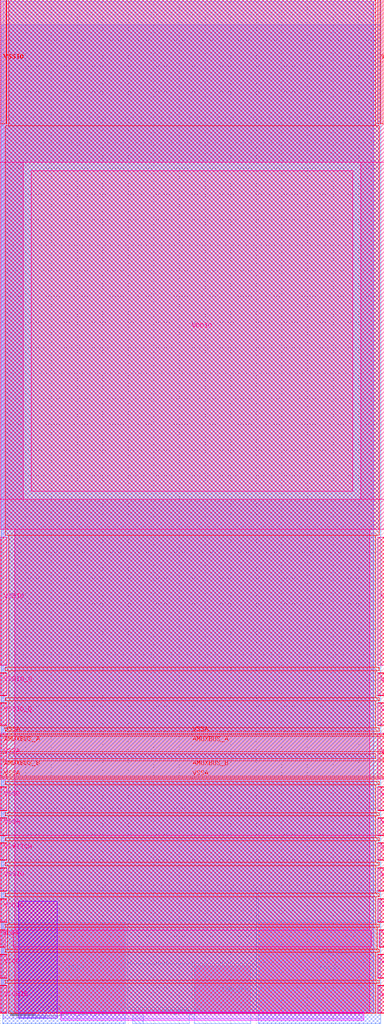
<source format=lef>
VERSION 5.7 ;
  NOWIREEXTENSIONATPIN ON ;
  DIVIDERCHAR "/" ;
  BUSBITCHARS "[]" ;
MACRO sky130_ef_io__vddio_hvc_pad
  CLASS PAD POWER ;
  FOREIGN sky130_ef_io__vddio_hvc_pad ;
  ORIGIN 0.000 0.000 ;
  SIZE 75.000 BY 197.965 ;
  PIN AMUXBUS_A
    DIRECTION INOUT ;
    USE SIGNAL ;
    PORT
      LAYER met4 ;
        RECT 0.000 51.090 75.000 54.070 ;
    END
    PORT
      LAYER met4 ;
        RECT 0.000 51.090 1.270 54.070 ;
    END
  END AMUXBUS_A
  PIN AMUXBUS_B
    DIRECTION INOUT ;
    USE SIGNAL ;
    PORT
      LAYER met4 ;
        RECT 0.000 46.330 75.000 49.310 ;
    END
    PORT
      LAYER met4 ;
        RECT 0.000 46.330 1.270 49.310 ;
    END
  END AMUXBUS_B
  PIN DRN_HVC
    DIRECTION INOUT ;
    USE POWER ;
    PORT
      LAYER met2 ;
        RECT 50.390 -2.035 74.290 23.625 ;
    END
    PORT
      LAYER met3 ;
        RECT 37.890 -2.035 48.890 9.295 ;
    END
  END DRN_HVC
  PIN SRC_BDY_HVC
    DIRECTION INOUT ;
    USE GROUND ;
    PORT
      LAYER met2 ;
        RECT 0.495 -2.035 24.395 0.020 ;
    END
    PORT
      LAYER met3 ;
        RECT 25.895 -2.035 36.895 0.690 ;
    END
  END SRC_BDY_HVC
  PIN VSSA
    DIRECTION INOUT ;
    USE GROUND ;
    PORT
      LAYER met5 ;
        RECT 73.730 45.700 75.000 54.700 ;
    END
    PORT
      LAYER met5 ;
        RECT 73.730 34.805 75.000 38.050 ;
    END
    PORT
      LAYER met5 ;
        RECT 0.000 45.700 1.270 54.700 ;
    END
    PORT
      LAYER met5 ;
        RECT 0.000 34.805 1.270 38.050 ;
    END
    PORT
      LAYER met4 ;
        RECT 73.730 49.610 75.000 50.790 ;
    END
    PORT
      LAYER met4 ;
        RECT 0.000 54.370 75.000 54.700 ;
    END
    PORT
      LAYER met4 ;
        RECT 0.000 45.700 75.000 46.030 ;
    END
    PORT
      LAYER met4 ;
        RECT 73.730 34.700 75.000 38.150 ;
    END
    PORT
      LAYER met4 ;
        RECT 0.000 45.700 1.270 46.030 ;
    END
    PORT
      LAYER met4 ;
        RECT 0.000 49.610 1.270 50.790 ;
    END
    PORT
      LAYER met4 ;
        RECT 0.000 54.370 1.270 54.700 ;
    END
    PORT
      LAYER met4 ;
        RECT 0.000 34.700 1.270 38.150 ;
    END
  END VSSA
  PIN VDDA
    DIRECTION INOUT ;
    USE POWER ;
    PORT
      LAYER met5 ;
        RECT 74.035 13.000 75.000 16.250 ;
    END
    PORT
      LAYER met5 ;
        RECT 0.000 13.000 0.965 16.250 ;
    END
    PORT
      LAYER met4 ;
        RECT 74.035 12.900 75.000 16.350 ;
    END
    PORT
      LAYER met4 ;
        RECT 0.000 12.900 0.965 16.350 ;
    END
  END VDDA
  PIN VSWITCH
    DIRECTION INOUT ;
    USE POWER ;
    PORT
      LAYER met5 ;
        RECT 73.730 29.950 75.000 33.200 ;
    END
    PORT
      LAYER met5 ;
        RECT 0.000 29.950 1.270 33.200 ;
    END
    PORT
      LAYER met4 ;
        RECT 73.730 29.850 75.000 33.300 ;
    END
    PORT
      LAYER met4 ;
        RECT 0.000 29.850 1.270 33.300 ;
    END
  END VSWITCH
  PIN VDDIO_Q
    DIRECTION INOUT ;
    USE POWER ;
    PORT
      LAYER met5 ;
        RECT 73.730 62.150 75.000 66.400 ;
    END
    PORT
      LAYER met5 ;
        RECT 0.000 62.150 1.270 66.400 ;
    END
    PORT
      LAYER met4 ;
        RECT 73.730 62.050 75.000 66.500 ;
    END
    PORT
      LAYER met4 ;
        RECT 0.000 62.050 1.270 66.500 ;
    END
  END VDDIO_Q
  PIN VCCHIB
    DIRECTION INOUT ;
    USE POWER ;
    PORT
      LAYER met5 ;
        RECT 73.730 0.100 75.000 5.350 ;
    END
    PORT
      LAYER met5 ;
        RECT 0.000 0.100 1.270 5.350 ;
    END
    PORT
      LAYER met4 ;
        RECT 73.730 0.000 75.000 5.450 ;
    END
    PORT
      LAYER met4 ;
        RECT 0.000 0.000 1.270 5.450 ;
    END
  END VCCHIB
  PIN VDDIO
    DIRECTION INOUT ;
    USE POWER ;
    PORT
      LAYER met5 ;
        RECT 6.100 101.975 68.800 164.590 ;
    END
    PORT
      LAYER met3 ;
        RECT 50.390 -2.035 74.290 17.765 ;
    END
    PORT
      LAYER met3 ;
        RECT 0.495 -2.035 24.395 17.765 ;
    END
    PORT
      LAYER met5 ;
        RECT 73.730 68.000 75.000 92.950 ;
    END
    PORT
      LAYER met5 ;
        RECT 73.730 17.850 75.000 22.300 ;
    END
    PORT
      LAYER met5 ;
        RECT 0.000 68.000 1.270 92.950 ;
    END
    PORT
      LAYER met5 ;
        RECT 0.000 17.850 1.270 22.300 ;
    END
    PORT
      LAYER met4 ;
        RECT 73.730 17.750 75.000 22.400 ;
    END
    PORT
      LAYER met4 ;
        RECT 73.730 68.000 75.000 92.965 ;
    END
    PORT
      LAYER met4 ;
        RECT 0.000 17.750 1.270 22.400 ;
    END
    PORT
      LAYER met4 ;
        RECT 0.000 68.000 1.270 92.965 ;
    END
  END VDDIO
  PIN VCCD
    DIRECTION INOUT ;
    USE POWER ;
    PORT
      LAYER met5 ;
        RECT 73.730 6.950 75.000 11.400 ;
    END
    PORT
      LAYER met5 ;
        RECT 0.000 6.950 1.270 11.400 ;
    END
    PORT
      LAYER met4 ;
        RECT 73.730 6.850 75.000 11.500 ;
    END
    PORT
      LAYER met4 ;
        RECT 0.000 6.850 1.270 11.500 ;
    END
  END VCCD
  PIN VSSIO
    DIRECTION INOUT ;
    USE GROUND ;
    PORT
      LAYER met4 ;
        RECT 0.000 173.750 1.205 197.965 ;
    END
    PORT
      LAYER met4 ;
        RECT 74.225 173.750 75.000 197.965 ;
    END
    PORT
      LAYER met5 ;
        RECT 73.730 23.900 75.000 28.350 ;
    END
    PORT
      LAYER met5 ;
        RECT 0.000 23.900 1.270 28.350 ;
    END
    PORT
      LAYER met4 ;
        RECT 73.730 23.800 75.000 28.450 ;
    END
    PORT
      LAYER met4 ;
        RECT 73.730 173.750 75.000 197.965 ;
    END
    PORT
      LAYER met4 ;
        RECT 0.000 173.750 1.270 197.965 ;
    END
    PORT
      LAYER met4 ;
        RECT 0.000 23.800 1.270 28.450 ;
    END
  END VSSIO
  PIN VSSD
    DIRECTION INOUT ;
    USE GROUND ;
    PORT
      LAYER met5 ;
        RECT 73.730 39.650 75.000 44.100 ;
    END
    PORT
      LAYER met5 ;
        RECT 0.000 39.650 1.270 44.100 ;
    END
    PORT
      LAYER met4 ;
        RECT 73.730 39.550 75.000 44.200 ;
    END
    PORT
      LAYER met4 ;
        RECT 0.000 39.550 1.270 44.200 ;
    END
  END VSSD
  PIN VSSIO_Q
    DIRECTION INOUT ;
    USE GROUND ;
    PORT
      LAYER met5 ;
        RECT 73.730 56.300 75.000 60.550 ;
    END
    PORT
      LAYER met5 ;
        RECT 0.000 56.300 1.270 60.550 ;
    END
    PORT
      LAYER met4 ;
        RECT 73.730 56.200 75.000 60.650 ;
    END
    PORT
      LAYER met4 ;
        RECT 0.000 56.200 1.270 60.650 ;
    END
  END VSSIO_Q
  OBS
      LAYER pwell ;
        RECT 3.625 -0.970 11.155 21.885 ;
      LAYER nwell ;
        RECT 11.860 -1.350 70.965 0.170 ;
      LAYER li1 ;
        RECT 0.610 0.000 72.855 197.660 ;
        RECT 0.610 -0.970 11.155 0.000 ;
        RECT 12.035 -0.115 13.045 0.000 ;
        RECT 69.730 -0.115 70.680 0.000 ;
        RECT 12.035 -1.065 70.680 -0.115 ;
      LAYER met1 ;
        RECT 0.185 0.000 72.915 197.690 ;
        RECT 3.625 -0.905 8.855 0.000 ;
        RECT 12.035 -0.115 13.350 0.000 ;
        POLYGON 13.350 0.000 13.465 -0.115 13.350 -0.115 ;
        POLYGON 69.540 0.000 69.540 -0.115 69.425 -0.115 ;
        RECT 69.540 -0.115 70.680 0.000 ;
        RECT 12.035 -1.065 70.680 -0.115 ;
      LAYER met2 ;
        RECT 0.265 23.905 74.290 193.040 ;
        RECT 0.265 0.300 50.110 23.905 ;
        RECT 24.675 0.000 50.110 0.300 ;
        RECT 25.895 -2.035 27.895 -0.115 ;
      LAYER met3 ;
        RECT 0.240 18.165 74.290 197.965 ;
        RECT 24.795 9.695 49.990 18.165 ;
        RECT 24.795 1.090 37.490 9.695 ;
        RECT 24.795 0.690 25.495 1.090 ;
        RECT 37.295 0.690 37.490 1.090 ;
        RECT 49.290 0.690 49.990 9.695 ;
      LAYER met4 ;
        RECT 1.670 173.350 73.330 197.965 ;
        RECT 0.965 93.365 74.035 173.350 ;
        RECT 1.670 67.600 73.330 93.365 ;
        RECT 0.965 66.900 74.035 67.600 ;
        RECT 1.670 61.650 73.330 66.900 ;
        RECT 0.965 61.050 74.035 61.650 ;
        RECT 1.670 55.800 73.330 61.050 ;
        RECT 0.965 55.100 74.035 55.800 ;
        RECT 1.670 49.710 73.330 50.690 ;
        RECT 0.965 44.600 74.035 45.300 ;
        RECT 1.670 39.150 73.330 44.600 ;
        RECT 0.965 38.550 74.035 39.150 ;
        RECT 1.670 34.300 73.330 38.550 ;
        RECT 0.965 33.700 74.035 34.300 ;
        RECT 1.670 29.450 73.330 33.700 ;
        RECT 0.965 28.850 74.035 29.450 ;
        RECT 1.670 23.400 73.330 28.850 ;
        RECT 0.965 22.800 74.035 23.400 ;
        RECT 1.670 17.350 73.330 22.800 ;
        RECT 0.965 16.750 74.035 17.350 ;
        RECT 1.365 12.500 73.635 16.750 ;
        RECT 0.965 11.900 74.035 12.500 ;
        RECT 1.670 6.450 73.330 11.900 ;
        RECT 0.965 5.850 74.035 6.450 ;
        RECT 1.670 0.000 73.330 5.850 ;
      LAYER met5 ;
        RECT 0.000 166.190 75.000 197.965 ;
        RECT 0.000 100.375 4.500 166.190 ;
        RECT 70.400 100.375 75.000 166.190 ;
        RECT 0.000 94.550 75.000 100.375 ;
        RECT 2.870 34.805 72.130 94.550 ;
        RECT 0.000 34.800 75.000 34.805 ;
        RECT 2.870 16.250 72.130 34.800 ;
        RECT 2.565 13.000 72.435 16.250 ;
        RECT 2.870 0.100 72.130 13.000 ;
  END
END sky130_ef_io__vddio_hvc_pad
END LIBRARY


</source>
